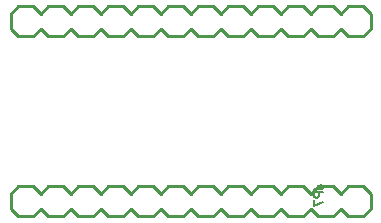
<source format=gbo>
G04 Layer: BottomSilkscreenLayer*
G04 EasyEDA v6.5.47, 2024-09-19 05:07:01*
G04 da73b591da4a40a19c68f2a140ff4f82,20cc673dbd184c8ca6733993ffc9aab1,10*
G04 Gerber Generator version 0.2*
G04 Scale: 100 percent, Rotated: No, Reflected: No *
G04 Dimensions in millimeters *
G04 leading zeros omitted , absolute positions ,4 integer and 5 decimal *
%FSLAX45Y45*%
%MOMM*%

%ADD10C,0.1524*%
%ADD11C,0.2540*%

%LPD*%
D10*
X9960863Y4265676D02*
G01*
X10016490Y4265676D01*
X10026650Y4268978D01*
X10030206Y4272534D01*
X10033761Y4279392D01*
X10033761Y4286250D01*
X10030206Y4293362D01*
X10026650Y4296663D01*
X10016490Y4300220D01*
X10009377Y4300220D01*
X9960863Y4242815D02*
G01*
X10033761Y4242815D01*
X9960863Y4242815D02*
G01*
X9960863Y4211573D01*
X9964420Y4201160D01*
X9967975Y4197604D01*
X9974834Y4194302D01*
X9985247Y4194302D01*
X9992106Y4197604D01*
X9995661Y4201160D01*
X9998963Y4211573D01*
X9998963Y4242815D01*
X9960863Y4122928D02*
G01*
X10033761Y4157471D01*
X9960863Y4171442D02*
G01*
X9960863Y4122928D01*
D11*
X9867900Y4038600D02*
G01*
X9931400Y4102100D01*
X9994900Y4038600D01*
X10121900Y4038600D01*
X10185400Y4102100D01*
X10248900Y4038600D01*
X10375900Y4038600D01*
X10439400Y4102100D01*
X10439400Y4229100D01*
X10375900Y4292600D01*
X10248900Y4292600D01*
X10185400Y4229100D01*
X10121900Y4292600D01*
X9994900Y4292600D01*
X9931400Y4229100D01*
X9867900Y4292600D01*
X9740900Y4292600D01*
X9677400Y4229100D01*
X9613900Y4292600D01*
X9486900Y4292600D01*
X9423400Y4229100D01*
X9359900Y4292600D01*
X9232900Y4292600D01*
X9169400Y4229100D01*
X9105900Y4292600D01*
X8978900Y4292600D01*
X8915400Y4229100D01*
X8851900Y4292600D01*
X8724900Y4292600D01*
X8661400Y4229100D01*
X8597900Y4292600D01*
X8470900Y4292600D01*
X8407400Y4229100D01*
X8343900Y4292600D01*
X8216900Y4292600D01*
X8153400Y4229100D01*
X8089900Y4292600D01*
X7962900Y4292600D01*
X7899400Y4229100D01*
X7835900Y4292600D01*
X7708900Y4292600D01*
X7645400Y4229100D01*
X7581900Y4292600D01*
X7454900Y4292600D01*
X7391400Y4229100D01*
X7391400Y4102100D01*
X7454900Y4038600D01*
X7581900Y4038600D01*
X7645400Y4102100D01*
X7708900Y4038600D01*
X7835900Y4038600D01*
X7899400Y4102100D01*
X7962900Y4038600D01*
X8089900Y4038600D01*
X8153400Y4102100D01*
X8216900Y4038600D01*
X8343900Y4038600D01*
X8407400Y4102100D01*
X8470900Y4038600D01*
X8597900Y4038600D01*
X8661400Y4102100D01*
X8724900Y4038600D01*
X8851900Y4038600D01*
X8915400Y4102100D01*
X8978900Y4038600D01*
X9105900Y4038600D01*
X9169400Y4102100D01*
X9232900Y4038600D01*
X9359900Y4038600D01*
X9423400Y4102100D01*
X9486900Y4038600D01*
X9613900Y4038600D01*
X9677400Y4102100D01*
X9740900Y4038600D01*
X9867900Y4038600D01*
X7962900Y5816600D02*
G01*
X7899400Y5753100D01*
X7835900Y5816600D01*
X7708900Y5816600D01*
X7645400Y5753100D01*
X7581900Y5816600D01*
X7454900Y5816600D01*
X7391400Y5753100D01*
X7391400Y5626100D01*
X7454900Y5562600D01*
X7581900Y5562600D01*
X7645400Y5626100D01*
X7708900Y5562600D01*
X7835900Y5562600D01*
X7899400Y5626100D01*
X7962900Y5562600D01*
X8089900Y5562600D01*
X8153400Y5626100D01*
X8216900Y5562600D01*
X8343900Y5562600D01*
X8407400Y5626100D01*
X8470900Y5562600D01*
X8597900Y5562600D01*
X8661400Y5626100D01*
X8724900Y5562600D01*
X8851900Y5562600D01*
X8915400Y5626100D01*
X8978900Y5562600D01*
X9105900Y5562600D01*
X9169400Y5626100D01*
X9232900Y5562600D01*
X9359900Y5562600D01*
X9423400Y5626100D01*
X9486900Y5562600D01*
X9613900Y5562600D01*
X9677400Y5626100D01*
X9740900Y5562600D01*
X9867900Y5562600D01*
X9931400Y5626100D01*
X9994900Y5562600D01*
X10121900Y5562600D01*
X10185400Y5626100D01*
X10248900Y5562600D01*
X10375900Y5562600D01*
X10439400Y5626100D01*
X10439400Y5753100D01*
X10375900Y5816600D01*
X10248900Y5816600D01*
X10185400Y5753100D01*
X10121900Y5816600D01*
X9994900Y5816600D01*
X9931400Y5753100D01*
X9867900Y5816600D01*
X9740900Y5816600D01*
X9677400Y5753100D01*
X9613900Y5816600D01*
X9486900Y5816600D01*
X9423400Y5753100D01*
X9359900Y5816600D01*
X9232900Y5816600D01*
X9169400Y5753100D01*
X9105900Y5816600D01*
X8978900Y5816600D01*
X8915400Y5753100D01*
X8851900Y5816600D01*
X8724900Y5816600D01*
X8661400Y5753100D01*
X8597900Y5816600D01*
X8470900Y5816600D01*
X8407400Y5753100D01*
X8343900Y5816600D01*
X8216900Y5816600D01*
X8153400Y5753100D01*
X8089900Y5816600D01*
X7962900Y5816600D01*
M02*

</source>
